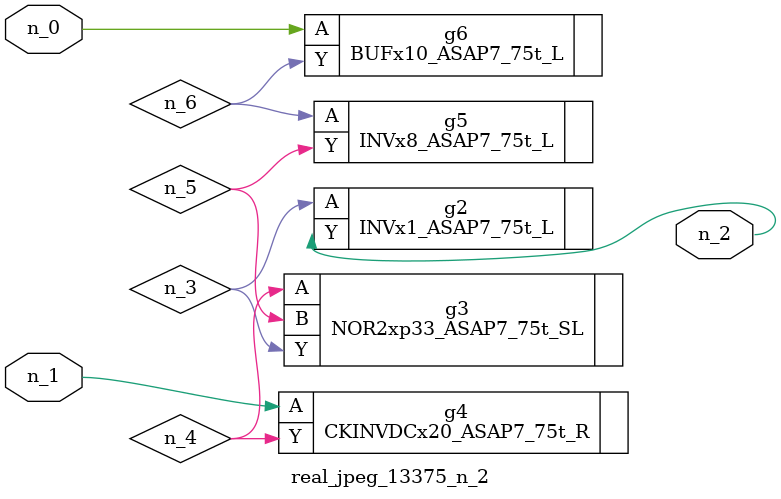
<source format=v>
module real_jpeg_13375_n_2 (n_1, n_0, n_2);

input n_1;
input n_0;

output n_2;

wire n_5;
wire n_4;
wire n_6;
wire n_3;

BUFx10_ASAP7_75t_L g6 ( 
.A(n_0),
.Y(n_6)
);

CKINVDCx20_ASAP7_75t_R g4 ( 
.A(n_1),
.Y(n_4)
);

INVx1_ASAP7_75t_L g2 ( 
.A(n_3),
.Y(n_2)
);

NOR2xp33_ASAP7_75t_SL g3 ( 
.A(n_4),
.B(n_5),
.Y(n_3)
);

INVx8_ASAP7_75t_L g5 ( 
.A(n_6),
.Y(n_5)
);


endmodule
</source>
